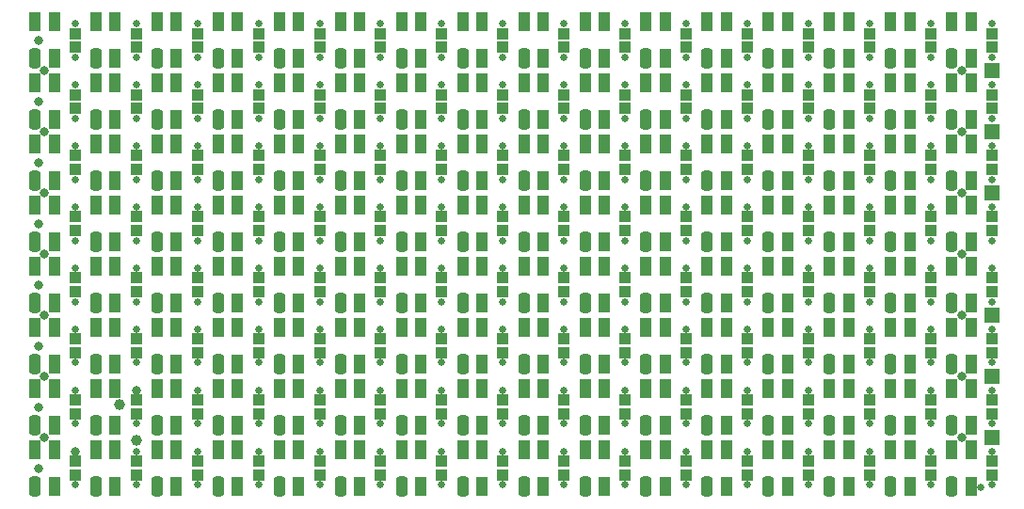
<source format=gts>
G04*
G04 #@! TF.GenerationSoftware,Altium Limited,CircuitMaker,2.3.0 (3)*
G04*
G04 Layer_Color=20142*
%FSLAX25Y25*%
%MOIN*%
G70*
G04*
G04 #@! TF.SameCoordinates,2CB11315-EA6C-4568-8D24-B69FFBB62024*
G04*
G04*
G04 #@! TF.FilePolarity,Negative*
G04*
G01*
G75*
%ADD15R,0.04343X0.03950*%
%ADD16R,0.04147X0.07099*%
G04:AMPARAMS|DCode=17|XSize=70.99mil|YSize=41.47mil|CornerRadius=12.37mil|HoleSize=0mil|Usage=FLASHONLY|Rotation=90.000|XOffset=0mil|YOffset=0mil|HoleType=Round|Shape=RoundedRectangle|*
%AMROUNDEDRECTD17*
21,1,0.07099,0.01673,0,0,90.0*
21,1,0.04626,0.04147,0,0,90.0*
1,1,0.02473,0.00837,0.02313*
1,1,0.02473,0.00837,-0.02313*
1,1,0.02473,-0.00837,-0.02313*
1,1,0.02473,-0.00837,0.02313*
%
%ADD17ROUNDEDRECTD17*%
%ADD18R,0.05524X0.05524*%
%ADD19C,0.03950*%
%ADD20C,0.03162*%
%ADD21C,0.02572*%
D15*
X446457Y109350D02*
D03*
Y114272D02*
D03*
Y131004D02*
D03*
Y135925D02*
D03*
X424803Y131004D02*
D03*
Y135925D02*
D03*
X403150Y131004D02*
D03*
Y135925D02*
D03*
X381496Y131004D02*
D03*
Y135925D02*
D03*
X359842Y131004D02*
D03*
Y135925D02*
D03*
Y109350D02*
D03*
Y114272D02*
D03*
X381496Y109350D02*
D03*
Y114272D02*
D03*
X424803Y109350D02*
D03*
Y114272D02*
D03*
X403150Y109350D02*
D03*
Y114272D02*
D03*
X446457Y152657D02*
D03*
Y157579D02*
D03*
X424803Y152657D02*
D03*
Y157579D02*
D03*
X403150Y152657D02*
D03*
Y157579D02*
D03*
X381496Y152657D02*
D03*
Y157579D02*
D03*
X359842Y152657D02*
D03*
Y157579D02*
D03*
X338189Y152657D02*
D03*
Y157579D02*
D03*
X316535Y152657D02*
D03*
Y157579D02*
D03*
X294882Y152657D02*
D03*
Y157579D02*
D03*
X273228Y152657D02*
D03*
Y157579D02*
D03*
X251575Y152657D02*
D03*
Y157579D02*
D03*
X229921Y152657D02*
D03*
Y157579D02*
D03*
Y131004D02*
D03*
Y135925D02*
D03*
X251575Y131004D02*
D03*
Y135925D02*
D03*
X273228Y131004D02*
D03*
Y135925D02*
D03*
X294882Y131004D02*
D03*
Y135925D02*
D03*
X316535Y131004D02*
D03*
Y135925D02*
D03*
X338189Y131004D02*
D03*
Y135925D02*
D03*
Y109350D02*
D03*
Y114272D02*
D03*
X316535Y109350D02*
D03*
Y114272D02*
D03*
X294882Y109350D02*
D03*
Y114272D02*
D03*
X273228Y109350D02*
D03*
Y114272D02*
D03*
X251575Y109350D02*
D03*
Y114272D02*
D03*
X229921Y109350D02*
D03*
Y114272D02*
D03*
X208268Y109350D02*
D03*
Y114272D02*
D03*
Y131004D02*
D03*
Y135925D02*
D03*
Y152657D02*
D03*
Y157579D02*
D03*
X143307Y131004D02*
D03*
Y135925D02*
D03*
X121653Y131004D02*
D03*
Y135925D02*
D03*
Y109350D02*
D03*
Y114272D02*
D03*
X143307Y109350D02*
D03*
Y114272D02*
D03*
X164961Y131004D02*
D03*
Y135925D02*
D03*
Y109350D02*
D03*
Y114272D02*
D03*
X186614Y131004D02*
D03*
Y135925D02*
D03*
Y109350D02*
D03*
Y114272D02*
D03*
Y152657D02*
D03*
Y157579D02*
D03*
X164961Y152657D02*
D03*
Y157579D02*
D03*
X143307Y152657D02*
D03*
Y157579D02*
D03*
X121653Y152657D02*
D03*
Y157579D02*
D03*
Y195965D02*
D03*
Y200886D02*
D03*
X143307Y195965D02*
D03*
Y200886D02*
D03*
Y174311D02*
D03*
Y179232D02*
D03*
X121653Y174311D02*
D03*
Y179232D02*
D03*
X229921Y195965D02*
D03*
Y200886D02*
D03*
X208268Y195965D02*
D03*
Y200886D02*
D03*
X186614Y195965D02*
D03*
Y200886D02*
D03*
X164961Y195965D02*
D03*
Y200886D02*
D03*
Y174311D02*
D03*
Y179232D02*
D03*
X186614Y174311D02*
D03*
Y179232D02*
D03*
X208268Y174311D02*
D03*
Y179232D02*
D03*
X229921Y174311D02*
D03*
Y179232D02*
D03*
X251575Y174311D02*
D03*
Y179232D02*
D03*
Y195965D02*
D03*
Y200886D02*
D03*
X316535Y195965D02*
D03*
Y200886D02*
D03*
X294882Y195965D02*
D03*
Y200886D02*
D03*
X273228Y195965D02*
D03*
Y200886D02*
D03*
Y174311D02*
D03*
Y179232D02*
D03*
X294882Y174311D02*
D03*
Y179232D02*
D03*
X316535Y174311D02*
D03*
Y179232D02*
D03*
X338189Y174311D02*
D03*
Y179232D02*
D03*
X424803Y195965D02*
D03*
Y200886D02*
D03*
X403150Y195965D02*
D03*
Y200886D02*
D03*
X381496Y195965D02*
D03*
Y200886D02*
D03*
X359842Y195965D02*
D03*
Y200886D02*
D03*
Y174311D02*
D03*
Y179232D02*
D03*
X381496Y174311D02*
D03*
Y179232D02*
D03*
X403150Y174311D02*
D03*
Y179232D02*
D03*
X424803Y174311D02*
D03*
Y179232D02*
D03*
X446457Y174311D02*
D03*
Y179232D02*
D03*
Y195965D02*
D03*
Y200886D02*
D03*
X381496Y217618D02*
D03*
Y222539D02*
D03*
X403150Y217618D02*
D03*
Y222539D02*
D03*
X424803Y217618D02*
D03*
Y222539D02*
D03*
X446457Y217618D02*
D03*
Y222539D02*
D03*
Y239272D02*
D03*
Y244193D02*
D03*
X424803Y239272D02*
D03*
Y244193D02*
D03*
X403150Y239272D02*
D03*
Y244193D02*
D03*
X381496Y239272D02*
D03*
Y244193D02*
D03*
X359842Y239272D02*
D03*
Y244193D02*
D03*
Y217618D02*
D03*
Y222539D02*
D03*
X338189Y217618D02*
D03*
Y222539D02*
D03*
X316535Y217618D02*
D03*
Y222539D02*
D03*
X273228Y217618D02*
D03*
Y222539D02*
D03*
X294882Y217618D02*
D03*
Y222539D02*
D03*
Y239272D02*
D03*
Y244193D02*
D03*
X316535Y239272D02*
D03*
Y244193D02*
D03*
X338189Y239272D02*
D03*
Y244193D02*
D03*
X273228Y239272D02*
D03*
Y244193D02*
D03*
X208268Y239272D02*
D03*
Y244193D02*
D03*
X229921Y239272D02*
D03*
Y244193D02*
D03*
X251575Y239272D02*
D03*
Y244193D02*
D03*
Y217618D02*
D03*
Y222539D02*
D03*
X229921Y217618D02*
D03*
Y222539D02*
D03*
X208268Y217618D02*
D03*
Y222539D02*
D03*
X186614Y217618D02*
D03*
Y222539D02*
D03*
Y239272D02*
D03*
Y244193D02*
D03*
X164961Y217618D02*
D03*
Y222539D02*
D03*
X143307Y217618D02*
D03*
Y222539D02*
D03*
X121653Y217618D02*
D03*
Y222539D02*
D03*
Y239272D02*
D03*
Y244193D02*
D03*
X143307Y239272D02*
D03*
Y244193D02*
D03*
X164961Y239272D02*
D03*
Y244193D02*
D03*
X121653Y260925D02*
D03*
Y265846D02*
D03*
X143307Y260925D02*
D03*
Y265846D02*
D03*
X164961Y260925D02*
D03*
Y265846D02*
D03*
X186614Y260925D02*
D03*
Y265846D02*
D03*
X208268Y260925D02*
D03*
Y265846D02*
D03*
X229921Y260925D02*
D03*
Y265846D02*
D03*
X251575Y260925D02*
D03*
Y265846D02*
D03*
X273228Y260925D02*
D03*
Y265846D02*
D03*
X294882Y260925D02*
D03*
Y265846D02*
D03*
X316535Y260925D02*
D03*
Y265846D02*
D03*
X338189Y260925D02*
D03*
Y265846D02*
D03*
X359842Y260925D02*
D03*
Y265846D02*
D03*
X381496Y260925D02*
D03*
Y265846D02*
D03*
X403150Y260925D02*
D03*
Y265846D02*
D03*
X424803Y260925D02*
D03*
Y265846D02*
D03*
X446457Y260925D02*
D03*
Y265846D02*
D03*
X338189Y200886D02*
D03*
Y195965D02*
D03*
D16*
X388878Y118307D02*
D03*
X395768D02*
D03*
Y105315D02*
D03*
X410532Y118307D02*
D03*
X417421D02*
D03*
Y105315D02*
D03*
X432185Y118307D02*
D03*
X439075D02*
D03*
Y105315D02*
D03*
X432185Y139961D02*
D03*
X439075D02*
D03*
Y126969D02*
D03*
X410532Y139961D02*
D03*
X417421D02*
D03*
Y126969D02*
D03*
X388878Y139961D02*
D03*
X395768D02*
D03*
Y126969D02*
D03*
X367224Y139961D02*
D03*
X374114D02*
D03*
Y126969D02*
D03*
X367224Y118307D02*
D03*
X374114D02*
D03*
Y105315D02*
D03*
X345571Y118307D02*
D03*
X352461D02*
D03*
Y105315D02*
D03*
X345571Y139961D02*
D03*
X352461D02*
D03*
Y126969D02*
D03*
X388878Y161614D02*
D03*
X395768D02*
D03*
Y148622D02*
D03*
X410532Y161614D02*
D03*
X417421D02*
D03*
Y148622D02*
D03*
X432185Y161614D02*
D03*
X439075D02*
D03*
Y148622D02*
D03*
X367224Y161614D02*
D03*
X374114D02*
D03*
Y148622D02*
D03*
X345571Y161614D02*
D03*
X352461D02*
D03*
Y148622D02*
D03*
X215650Y118307D02*
D03*
X222539D02*
D03*
Y105315D02*
D03*
X237303Y118307D02*
D03*
X244193D02*
D03*
Y105315D02*
D03*
X258957Y118307D02*
D03*
X265846D02*
D03*
Y105315D02*
D03*
X280610Y118307D02*
D03*
X287500D02*
D03*
Y105315D02*
D03*
X302264Y118307D02*
D03*
X309154D02*
D03*
Y105315D02*
D03*
X323917Y118307D02*
D03*
X330807D02*
D03*
Y105315D02*
D03*
X323917Y139961D02*
D03*
X330807D02*
D03*
Y126969D02*
D03*
X302264Y139961D02*
D03*
X309154D02*
D03*
Y126969D02*
D03*
X280610Y139961D02*
D03*
X287500D02*
D03*
Y126969D02*
D03*
X258957Y139961D02*
D03*
X265846D02*
D03*
Y126969D02*
D03*
X237303Y139961D02*
D03*
X244193D02*
D03*
Y126969D02*
D03*
X215650Y139961D02*
D03*
X222539D02*
D03*
Y126969D02*
D03*
X215650Y161614D02*
D03*
X222539D02*
D03*
Y148622D02*
D03*
X237303Y161614D02*
D03*
X244193D02*
D03*
Y148622D02*
D03*
X258957Y161614D02*
D03*
X265846D02*
D03*
Y148622D02*
D03*
X280610Y161614D02*
D03*
X287500D02*
D03*
Y148622D02*
D03*
X302264Y161614D02*
D03*
X309154D02*
D03*
Y148622D02*
D03*
X323917Y161614D02*
D03*
X330807D02*
D03*
Y148622D02*
D03*
X129035Y139961D02*
D03*
X135925D02*
D03*
Y126969D02*
D03*
X172343Y118307D02*
D03*
X179232D02*
D03*
Y105315D02*
D03*
X129035Y118307D02*
D03*
X135925D02*
D03*
Y105315D02*
D03*
X150689Y118307D02*
D03*
X157579D02*
D03*
Y105315D02*
D03*
X150689Y139961D02*
D03*
X157579D02*
D03*
Y126969D02*
D03*
X172343Y139961D02*
D03*
X179232D02*
D03*
Y126969D02*
D03*
X107382Y139961D02*
D03*
X114272D02*
D03*
Y126969D02*
D03*
X107382Y118307D02*
D03*
X114272D02*
D03*
Y105315D02*
D03*
X193996Y118307D02*
D03*
X200886D02*
D03*
Y105315D02*
D03*
X193996Y139961D02*
D03*
X200886D02*
D03*
Y126969D02*
D03*
X193996Y161614D02*
D03*
X200886D02*
D03*
Y148622D02*
D03*
X172343Y161614D02*
D03*
X179232D02*
D03*
Y148622D02*
D03*
X150689Y161614D02*
D03*
X157579D02*
D03*
Y148622D02*
D03*
X129035Y161614D02*
D03*
X135925D02*
D03*
Y148622D02*
D03*
X107382Y161614D02*
D03*
X114272D02*
D03*
Y148622D02*
D03*
X150689Y183268D02*
D03*
X157579D02*
D03*
Y170276D02*
D03*
X129035Y183268D02*
D03*
X135925D02*
D03*
Y170276D02*
D03*
X107382Y183268D02*
D03*
X114272D02*
D03*
Y170276D02*
D03*
X107382Y204921D02*
D03*
X114272D02*
D03*
Y191929D02*
D03*
X129035Y204921D02*
D03*
X135925D02*
D03*
Y191929D02*
D03*
X150689Y204921D02*
D03*
X157579D02*
D03*
Y191929D02*
D03*
X237303Y183268D02*
D03*
X244193D02*
D03*
Y170276D02*
D03*
X215650Y183268D02*
D03*
X222539D02*
D03*
Y170276D02*
D03*
X193996Y183268D02*
D03*
X200886D02*
D03*
Y170276D02*
D03*
X172343Y183268D02*
D03*
X179232D02*
D03*
Y170276D02*
D03*
X172343Y204921D02*
D03*
X179232D02*
D03*
Y191929D02*
D03*
X193996Y204921D02*
D03*
X200886D02*
D03*
Y191929D02*
D03*
X215650Y204921D02*
D03*
X222539D02*
D03*
Y191929D02*
D03*
X237303Y204921D02*
D03*
X244193D02*
D03*
Y191929D02*
D03*
X323917Y204921D02*
D03*
X330807D02*
D03*
Y191929D02*
D03*
X302264Y204921D02*
D03*
X309154D02*
D03*
Y191929D02*
D03*
X280610Y204921D02*
D03*
X287500D02*
D03*
Y191929D02*
D03*
X258957Y204921D02*
D03*
X265846D02*
D03*
Y191929D02*
D03*
X258957Y183268D02*
D03*
X265846D02*
D03*
Y170276D02*
D03*
X345571Y183268D02*
D03*
X352461D02*
D03*
Y170276D02*
D03*
X345571Y204921D02*
D03*
X352461D02*
D03*
Y191929D02*
D03*
X388878Y183268D02*
D03*
X395768D02*
D03*
Y170276D02*
D03*
X367224Y183268D02*
D03*
X374114D02*
D03*
Y170276D02*
D03*
X367224Y204921D02*
D03*
X374114D02*
D03*
Y191929D02*
D03*
X388878Y204921D02*
D03*
X395768D02*
D03*
Y191929D02*
D03*
X410532Y204921D02*
D03*
X417421D02*
D03*
Y191929D02*
D03*
X432185Y204921D02*
D03*
X439075D02*
D03*
Y191929D02*
D03*
X410532Y183268D02*
D03*
X417421D02*
D03*
Y170276D02*
D03*
X432185Y183268D02*
D03*
X439075D02*
D03*
Y170276D02*
D03*
X410532Y226575D02*
D03*
X417421D02*
D03*
Y213583D02*
D03*
X388878Y226575D02*
D03*
X395768D02*
D03*
Y213583D02*
D03*
X367224Y226575D02*
D03*
X374114D02*
D03*
Y213583D02*
D03*
X367224Y248228D02*
D03*
X374114D02*
D03*
Y235236D02*
D03*
X388878Y248228D02*
D03*
X395768D02*
D03*
Y235236D02*
D03*
X410532Y248228D02*
D03*
X417421D02*
D03*
Y235236D02*
D03*
X432185Y248228D02*
D03*
X439075D02*
D03*
Y235236D02*
D03*
X432185Y226575D02*
D03*
X439075D02*
D03*
Y213583D02*
D03*
X280610Y226575D02*
D03*
X287500D02*
D03*
Y213583D02*
D03*
X302264Y226575D02*
D03*
X309154D02*
D03*
Y213583D02*
D03*
X323917Y226575D02*
D03*
X330807D02*
D03*
Y213583D02*
D03*
X345571Y226575D02*
D03*
X352461D02*
D03*
Y213583D02*
D03*
X345571Y248228D02*
D03*
X352461D02*
D03*
Y235236D02*
D03*
X323917Y248228D02*
D03*
X330807D02*
D03*
Y235236D02*
D03*
X302264Y248228D02*
D03*
X309154D02*
D03*
Y235236D02*
D03*
X280610Y248228D02*
D03*
X287500D02*
D03*
Y235236D02*
D03*
X258957Y248228D02*
D03*
X265846D02*
D03*
Y235236D02*
D03*
X237303Y248228D02*
D03*
X244193D02*
D03*
Y235236D02*
D03*
X215650Y248228D02*
D03*
X222539D02*
D03*
Y235236D02*
D03*
X193996Y248228D02*
D03*
X200886D02*
D03*
Y235236D02*
D03*
X193996Y226575D02*
D03*
X200886D02*
D03*
Y213583D02*
D03*
X215650Y226575D02*
D03*
X222539D02*
D03*
Y213583D02*
D03*
X237303Y226575D02*
D03*
X244193D02*
D03*
Y213583D02*
D03*
X258957Y226575D02*
D03*
X265846D02*
D03*
Y213583D02*
D03*
X150689Y248228D02*
D03*
X157579D02*
D03*
Y235236D02*
D03*
X172343Y248228D02*
D03*
X179232D02*
D03*
Y235236D02*
D03*
X172343Y226575D02*
D03*
X179232D02*
D03*
Y213583D02*
D03*
X150689Y226575D02*
D03*
X157579D02*
D03*
Y213583D02*
D03*
X129035Y226575D02*
D03*
X135925D02*
D03*
Y213583D02*
D03*
X107382Y226575D02*
D03*
X114272D02*
D03*
Y213583D02*
D03*
X129035Y248228D02*
D03*
X135925D02*
D03*
Y235236D02*
D03*
X107382Y248228D02*
D03*
X114272D02*
D03*
Y235236D02*
D03*
X107382Y269882D02*
D03*
X114272D02*
D03*
Y256890D02*
D03*
X129035Y269882D02*
D03*
X135925D02*
D03*
Y256890D02*
D03*
X150689Y269882D02*
D03*
X157579D02*
D03*
Y256890D02*
D03*
X172343Y269882D02*
D03*
X179232D02*
D03*
Y256890D02*
D03*
X193996Y269882D02*
D03*
X200886D02*
D03*
Y256890D02*
D03*
X215650Y269882D02*
D03*
X222539D02*
D03*
Y256890D02*
D03*
X237303Y269882D02*
D03*
X244193D02*
D03*
Y256890D02*
D03*
X258957Y269882D02*
D03*
X265846D02*
D03*
Y256890D02*
D03*
X280610Y269882D02*
D03*
X287500D02*
D03*
Y256890D02*
D03*
X302264Y269882D02*
D03*
X309154D02*
D03*
Y256890D02*
D03*
X323917Y269882D02*
D03*
X330807D02*
D03*
Y256890D02*
D03*
X345571Y269882D02*
D03*
X352461D02*
D03*
Y256890D02*
D03*
X367224Y269882D02*
D03*
X374114D02*
D03*
Y256890D02*
D03*
X388878Y269882D02*
D03*
X395768D02*
D03*
Y256890D02*
D03*
X410532Y269882D02*
D03*
X417421D02*
D03*
Y256890D02*
D03*
X432185Y269882D02*
D03*
X439075D02*
D03*
Y256890D02*
D03*
X330807Y170276D02*
D03*
Y183268D02*
D03*
X323917D02*
D03*
X309154Y170276D02*
D03*
Y183268D02*
D03*
X302264D02*
D03*
X287500Y170276D02*
D03*
Y183268D02*
D03*
X280610D02*
D03*
D17*
X388878Y105315D02*
D03*
X410532D02*
D03*
X432185D02*
D03*
Y126969D02*
D03*
X410532D02*
D03*
X388878D02*
D03*
X367224D02*
D03*
Y105315D02*
D03*
X345571D02*
D03*
Y126969D02*
D03*
X388878Y148622D02*
D03*
X410532D02*
D03*
X432185D02*
D03*
X367224D02*
D03*
X345571D02*
D03*
X215650Y105315D02*
D03*
X237303D02*
D03*
X258957D02*
D03*
X280610D02*
D03*
X302264D02*
D03*
X323917D02*
D03*
Y126969D02*
D03*
X302264D02*
D03*
X280610D02*
D03*
X258957D02*
D03*
X237303D02*
D03*
X215650D02*
D03*
Y148622D02*
D03*
X237303D02*
D03*
X258957D02*
D03*
X280610D02*
D03*
X302264D02*
D03*
X323917D02*
D03*
X129035Y126969D02*
D03*
X172343Y105315D02*
D03*
X129035D02*
D03*
X150689D02*
D03*
Y126969D02*
D03*
X172343D02*
D03*
X107382D02*
D03*
Y105315D02*
D03*
X193996D02*
D03*
Y126969D02*
D03*
Y148622D02*
D03*
X172343D02*
D03*
X150689D02*
D03*
X129035D02*
D03*
X107382D02*
D03*
X150689Y170276D02*
D03*
X129035D02*
D03*
X107382D02*
D03*
Y191929D02*
D03*
X129035D02*
D03*
X150689D02*
D03*
X237303Y170276D02*
D03*
X215650D02*
D03*
X193996D02*
D03*
X172343D02*
D03*
Y191929D02*
D03*
X193996D02*
D03*
X215650D02*
D03*
X237303D02*
D03*
X323917D02*
D03*
X302264D02*
D03*
X280610D02*
D03*
X258957D02*
D03*
Y170276D02*
D03*
X345571D02*
D03*
Y191929D02*
D03*
X388878Y170276D02*
D03*
X367224D02*
D03*
Y191929D02*
D03*
X388878D02*
D03*
X410532D02*
D03*
X432185D02*
D03*
X410532Y170276D02*
D03*
X432185D02*
D03*
X410532Y213583D02*
D03*
X388878D02*
D03*
X367224D02*
D03*
Y235236D02*
D03*
X388878D02*
D03*
X410532D02*
D03*
X432185D02*
D03*
Y213583D02*
D03*
X280610D02*
D03*
X302264D02*
D03*
X323917D02*
D03*
X345571D02*
D03*
Y235236D02*
D03*
X323917D02*
D03*
X302264D02*
D03*
X280610D02*
D03*
X258957D02*
D03*
X237303D02*
D03*
X215650D02*
D03*
X193996D02*
D03*
Y213583D02*
D03*
X215650D02*
D03*
X237303D02*
D03*
X258957D02*
D03*
X150689Y235236D02*
D03*
X172343D02*
D03*
Y213583D02*
D03*
X150689D02*
D03*
X129035D02*
D03*
X107382D02*
D03*
X129035Y235236D02*
D03*
X107382D02*
D03*
Y256890D02*
D03*
X129035D02*
D03*
X150689D02*
D03*
X172343D02*
D03*
X193996D02*
D03*
X215650D02*
D03*
X237303D02*
D03*
X258957D02*
D03*
X280610D02*
D03*
X302264D02*
D03*
X323917D02*
D03*
X345571D02*
D03*
X367224D02*
D03*
X388878D02*
D03*
X410532D02*
D03*
X432185D02*
D03*
X323917Y170276D02*
D03*
X302264D02*
D03*
X280610D02*
D03*
D18*
X446457Y230906D02*
D03*
Y209252D02*
D03*
Y252559D02*
D03*
Y144291D02*
D03*
Y165945D02*
D03*
Y122638D02*
D03*
D19*
X137402Y134449D02*
D03*
X143307Y121654D02*
D03*
D20*
X108858Y263386D02*
D03*
X110827Y122638D02*
D03*
Y144291D02*
D03*
Y165945D02*
D03*
Y187598D02*
D03*
Y209252D02*
D03*
Y230906D02*
D03*
Y252559D02*
D03*
X435630Y122638D02*
D03*
Y144291D02*
D03*
Y165945D02*
D03*
Y187598D02*
D03*
Y209252D02*
D03*
Y230906D02*
D03*
Y252559D02*
D03*
X108858Y111811D02*
D03*
Y133465D02*
D03*
Y155118D02*
D03*
Y176772D02*
D03*
Y198425D02*
D03*
Y220079D02*
D03*
Y241732D02*
D03*
X121653Y117717D02*
D03*
X143307Y139370D02*
D03*
D21*
X442520Y104921D02*
D03*
X121653Y105905D02*
D03*
X143307Y117717D02*
D03*
Y105905D02*
D03*
X186614D02*
D03*
Y117717D02*
D03*
X164961D02*
D03*
Y105905D02*
D03*
X229921D02*
D03*
Y117717D02*
D03*
X251575D02*
D03*
Y105905D02*
D03*
X208268D02*
D03*
Y117717D02*
D03*
X294882Y105905D02*
D03*
Y117717D02*
D03*
X316535D02*
D03*
Y105905D02*
D03*
X273228D02*
D03*
Y117717D02*
D03*
X359842Y105905D02*
D03*
Y117717D02*
D03*
X381496D02*
D03*
Y105905D02*
D03*
X338189D02*
D03*
Y117717D02*
D03*
X424803Y105905D02*
D03*
Y117717D02*
D03*
X446457D02*
D03*
Y105905D02*
D03*
X403150D02*
D03*
Y117717D02*
D03*
X121653Y127559D02*
D03*
Y139370D02*
D03*
X143307Y127559D02*
D03*
X186614D02*
D03*
Y139370D02*
D03*
X164961D02*
D03*
Y127559D02*
D03*
X229921D02*
D03*
Y139370D02*
D03*
X251575D02*
D03*
Y127559D02*
D03*
X208268D02*
D03*
Y139370D02*
D03*
X294882Y127559D02*
D03*
Y139370D02*
D03*
X316535D02*
D03*
Y127559D02*
D03*
X273228D02*
D03*
Y139370D02*
D03*
X359842Y127559D02*
D03*
Y139370D02*
D03*
X381496D02*
D03*
Y127559D02*
D03*
X338189D02*
D03*
Y139370D02*
D03*
X424803Y127559D02*
D03*
Y139370D02*
D03*
X446457D02*
D03*
Y127559D02*
D03*
X403150D02*
D03*
Y139370D02*
D03*
X121653Y149213D02*
D03*
Y161024D02*
D03*
X143307D02*
D03*
Y149213D02*
D03*
X186614D02*
D03*
Y161024D02*
D03*
X164961D02*
D03*
Y149213D02*
D03*
X229921D02*
D03*
Y161024D02*
D03*
X251575D02*
D03*
Y149213D02*
D03*
X208268D02*
D03*
Y161024D02*
D03*
X294882Y149213D02*
D03*
Y161024D02*
D03*
X316535D02*
D03*
Y149213D02*
D03*
X273228D02*
D03*
Y161024D02*
D03*
X359842Y149213D02*
D03*
Y161024D02*
D03*
X381496D02*
D03*
Y149213D02*
D03*
X338189D02*
D03*
Y161024D02*
D03*
X424803Y149213D02*
D03*
Y161024D02*
D03*
X446457D02*
D03*
Y149213D02*
D03*
X403150D02*
D03*
Y161024D02*
D03*
X121653Y170866D02*
D03*
Y182677D02*
D03*
X143307D02*
D03*
Y170866D02*
D03*
X186614D02*
D03*
Y182677D02*
D03*
X164961D02*
D03*
Y170866D02*
D03*
X229921D02*
D03*
Y182677D02*
D03*
X251575D02*
D03*
Y170866D02*
D03*
X208268D02*
D03*
Y182677D02*
D03*
X294882Y170866D02*
D03*
Y182677D02*
D03*
X316535D02*
D03*
Y170866D02*
D03*
X273228D02*
D03*
Y182677D02*
D03*
X359842Y170866D02*
D03*
Y182677D02*
D03*
X381496D02*
D03*
Y170866D02*
D03*
X338189D02*
D03*
Y182677D02*
D03*
X424803Y170866D02*
D03*
Y182677D02*
D03*
X446457D02*
D03*
Y170866D02*
D03*
X403150D02*
D03*
Y182677D02*
D03*
X121653Y192520D02*
D03*
Y204331D02*
D03*
X143307D02*
D03*
Y192520D02*
D03*
X186614D02*
D03*
Y204331D02*
D03*
X164961D02*
D03*
Y192520D02*
D03*
X229921D02*
D03*
Y204331D02*
D03*
X251575D02*
D03*
Y192520D02*
D03*
X208268D02*
D03*
Y204331D02*
D03*
X294882Y192520D02*
D03*
Y204331D02*
D03*
X316535D02*
D03*
Y192520D02*
D03*
X273228D02*
D03*
Y204331D02*
D03*
X359842Y192520D02*
D03*
Y204331D02*
D03*
X381496D02*
D03*
Y192520D02*
D03*
X338189D02*
D03*
Y204331D02*
D03*
X424803Y192520D02*
D03*
Y204331D02*
D03*
X446457D02*
D03*
Y192520D02*
D03*
X403150D02*
D03*
Y204331D02*
D03*
X121653Y214173D02*
D03*
Y225984D02*
D03*
X143307D02*
D03*
Y214173D02*
D03*
X186614D02*
D03*
Y225984D02*
D03*
X164961D02*
D03*
Y214173D02*
D03*
X229921D02*
D03*
Y225984D02*
D03*
X251575D02*
D03*
Y214173D02*
D03*
X208268D02*
D03*
Y225984D02*
D03*
X294882Y214173D02*
D03*
Y225984D02*
D03*
X316535D02*
D03*
Y214173D02*
D03*
X273228D02*
D03*
Y225984D02*
D03*
X359842Y214173D02*
D03*
Y225984D02*
D03*
X381496D02*
D03*
Y214173D02*
D03*
X338189D02*
D03*
Y225984D02*
D03*
X424803Y214173D02*
D03*
Y225984D02*
D03*
X446457D02*
D03*
Y214173D02*
D03*
X403150D02*
D03*
Y225984D02*
D03*
X121653Y235827D02*
D03*
Y247638D02*
D03*
X143307D02*
D03*
Y235827D02*
D03*
X186614D02*
D03*
Y247638D02*
D03*
X164961D02*
D03*
Y235827D02*
D03*
X229921D02*
D03*
Y247638D02*
D03*
X251575D02*
D03*
Y235827D02*
D03*
X208268D02*
D03*
Y247638D02*
D03*
X294882Y235827D02*
D03*
Y247638D02*
D03*
X316535D02*
D03*
Y235827D02*
D03*
X273228D02*
D03*
Y247638D02*
D03*
X359842Y235827D02*
D03*
Y247638D02*
D03*
X381496D02*
D03*
Y235827D02*
D03*
X338189D02*
D03*
Y247638D02*
D03*
X424803Y235827D02*
D03*
Y247638D02*
D03*
X446457D02*
D03*
Y235827D02*
D03*
X403150D02*
D03*
Y247638D02*
D03*
Y269291D02*
D03*
Y257480D02*
D03*
X446457D02*
D03*
Y269291D02*
D03*
X424803D02*
D03*
Y257480D02*
D03*
X338189Y269291D02*
D03*
Y257480D02*
D03*
X381496D02*
D03*
Y269291D02*
D03*
X359842D02*
D03*
Y257480D02*
D03*
X273228Y269291D02*
D03*
Y257480D02*
D03*
X316535D02*
D03*
Y269291D02*
D03*
X294882D02*
D03*
Y257480D02*
D03*
X208268Y269291D02*
D03*
Y257480D02*
D03*
X251575D02*
D03*
Y269291D02*
D03*
X229921D02*
D03*
Y257480D02*
D03*
X164961D02*
D03*
Y269291D02*
D03*
X186614D02*
D03*
Y257480D02*
D03*
X143307D02*
D03*
Y269291D02*
D03*
X121653D02*
D03*
Y257480D02*
D03*
M02*

</source>
